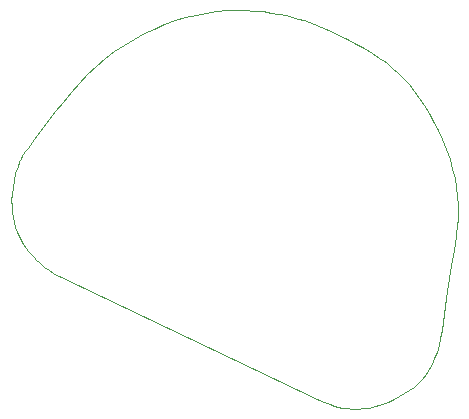
<source format=gbr>
%TF.GenerationSoftware,KiCad,Pcbnew,(7.0.0)*%
%TF.CreationDate,2023-03-21T20:59:30-07:00*%
%TF.ProjectId,Ladder LEDs v1,4c616464-6572-4204-9c45-44732076312e,rev?*%
%TF.SameCoordinates,Original*%
%TF.FileFunction,Profile,NP*%
%FSLAX46Y46*%
G04 Gerber Fmt 4.6, Leading zero omitted, Abs format (unit mm)*
G04 Created by KiCad (PCBNEW (7.0.0)) date 2023-03-21 20:59:31*
%MOMM*%
%LPD*%
G01*
G04 APERTURE LIST*
%TA.AperFunction,Profile*%
%ADD10C,0.049999*%
%TD*%
G04 APERTURE END LIST*
D10*
X137203651Y-88012302D02*
X138057242Y-87554251D01*
X127943026Y-97596354D02*
X128006795Y-97502293D01*
X149467363Y-85901047D02*
X150071034Y-86027521D01*
X152434916Y-86755670D02*
X153051570Y-87016982D01*
X141560635Y-86195585D02*
X142440849Y-85976137D01*
X136366119Y-88516974D02*
X137203651Y-88012302D01*
X153301344Y-118778063D02*
X152865747Y-118570284D01*
X161382191Y-92989627D02*
X161788100Y-93601062D01*
X157152631Y-119231363D02*
X156652556Y-119302762D01*
X156169460Y-119332840D02*
X155706554Y-119327365D01*
X163678521Y-97357719D02*
X163963299Y-98192313D01*
X153807299Y-118968572D02*
X153301344Y-118778063D01*
X127668883Y-105063301D02*
X127490513Y-104713303D01*
X128722691Y-106505724D02*
X128498735Y-106257173D01*
X127527918Y-98358521D02*
X127571655Y-98260804D01*
X156652556Y-119302762D02*
X156169460Y-119332840D01*
X126850000Y-101650000D02*
X126875606Y-101120894D01*
X127186324Y-103949208D02*
X127065546Y-103534467D01*
X130561789Y-94148556D02*
X131182141Y-93369012D01*
X162550309Y-115314123D02*
X162435088Y-115553100D01*
X154854162Y-119232827D02*
X154471099Y-119155300D01*
X127715906Y-97973137D02*
X127768726Y-97878537D01*
X148822995Y-85790288D02*
X149467363Y-85901047D01*
X127446266Y-98557662D02*
X127486161Y-98457420D01*
X157666474Y-119112875D02*
X157408032Y-119178366D01*
X153465189Y-87213197D02*
X155247942Y-88031106D01*
X150632751Y-86165712D02*
X151151255Y-86311622D01*
X151625289Y-86461250D02*
X152434916Y-86755670D01*
X144181469Y-85684070D02*
X145034717Y-85612184D01*
X161597984Y-116795842D02*
X161264249Y-117144992D01*
X133248149Y-90994537D02*
X133985661Y-90307049D01*
X152865747Y-118570284D02*
X130875006Y-108103742D01*
X128073593Y-97407964D02*
X128143537Y-97313205D01*
X160523121Y-91880702D02*
X160961592Y-92417419D01*
X127486161Y-98457420D02*
X127527918Y-98358521D01*
X160516398Y-117761065D02*
X160102838Y-118033129D01*
X126858711Y-102155588D02*
X126850000Y-101650000D01*
X127861410Y-105392365D02*
X127668883Y-105063301D01*
X160903627Y-117465876D02*
X160516398Y-117761065D01*
X160063599Y-91375743D02*
X160523121Y-91880702D01*
X127824108Y-97784315D02*
X127882169Y-97690307D01*
X164018153Y-107657341D02*
X163654138Y-109981914D01*
X127065546Y-103534467D02*
X126969004Y-103097498D01*
X127490513Y-104713303D02*
X127328820Y-104342046D01*
X157408032Y-119178366D02*
X157152631Y-119231363D01*
X159579846Y-90898805D02*
X160063599Y-91375743D01*
X145863705Y-85584383D02*
X146658284Y-85592292D01*
X164567204Y-101312756D02*
X164613854Y-102007267D01*
X147417197Y-85631912D02*
X148139187Y-85699243D01*
X164630564Y-102655093D02*
X164623230Y-103250010D01*
X154121074Y-119065292D02*
X153807299Y-118968572D01*
X157951392Y-89598773D02*
X158526922Y-90014055D01*
X164623230Y-103250010D02*
X164597747Y-103785795D01*
X157927554Y-119034170D02*
X157666474Y-119112875D01*
X157338909Y-89196572D02*
X157951392Y-89598773D01*
X164484719Y-100577781D02*
X164567204Y-101312756D01*
X130013566Y-94845661D02*
X130561789Y-94148556D01*
X132544587Y-91726813D02*
X133248149Y-90994537D01*
X163458893Y-111303203D02*
X163266555Y-112676685D01*
X162047566Y-116213498D02*
X161904554Y-116415857D01*
X126938048Y-100567946D02*
X127039848Y-99990834D01*
X163654138Y-109981914D02*
X163458893Y-111303203D01*
X155990364Y-88416473D02*
X156686293Y-88803717D01*
X128006795Y-97502293D02*
X128073593Y-97407964D01*
X155247942Y-88031106D02*
X155990364Y-88416473D01*
X158706966Y-118736268D02*
X158190872Y-118941530D01*
X162183682Y-116002466D02*
X162047566Y-116213498D01*
X153051570Y-87016982D02*
X153465189Y-87213197D01*
X155267051Y-119292104D02*
X154854162Y-119232827D01*
X130632108Y-107981904D02*
X130358725Y-107825730D01*
X160102838Y-118033129D02*
X159663228Y-118284637D01*
X150071034Y-86027521D02*
X150632751Y-86165712D01*
X127571655Y-98260804D02*
X127617487Y-98164109D01*
X138057242Y-87554251D02*
X138923315Y-87143186D01*
X163020194Y-113963448D02*
X162853623Y-114536161D01*
X161904554Y-116415857D02*
X161597984Y-116795842D01*
X162568565Y-94956555D02*
X162949482Y-95708083D01*
X154471099Y-119155300D02*
X154121074Y-119065292D01*
X127328820Y-104342046D02*
X127186324Y-103949208D01*
X126969004Y-103097498D02*
X126899219Y-102637979D01*
X127617487Y-98164109D02*
X127665532Y-98068273D01*
X162312868Y-115782441D02*
X162183682Y-116002466D01*
X128762345Y-96477560D02*
X129533540Y-95463849D01*
X128065575Y-105700816D02*
X127861410Y-105392365D01*
X164597747Y-103785795D02*
X164515913Y-104655078D01*
X151151255Y-86311622D02*
X151625289Y-86461250D01*
X131182141Y-93369012D02*
X131878554Y-92503509D01*
X148139187Y-85699243D02*
X148822995Y-85790288D01*
X163157931Y-113344479D02*
X163020194Y-113963448D01*
X126875606Y-101120894D02*
X126938048Y-100567946D01*
X129533540Y-95463849D02*
X130013566Y-94845661D01*
X128216743Y-97217856D02*
X128762345Y-96477560D01*
X156686293Y-88803717D02*
X157338909Y-89196572D01*
X159663228Y-118284637D02*
X159197844Y-118518160D01*
X140678589Y-86463487D02*
X141560635Y-86195585D01*
X162435088Y-115553100D02*
X162312868Y-115782441D01*
X127183524Y-99389234D02*
X127371597Y-98762823D01*
X155706554Y-119327365D02*
X155267051Y-119292104D01*
X146658284Y-85592292D02*
X147417197Y-85631912D01*
X163963299Y-98192313D02*
X164188662Y-99011337D01*
X138923315Y-87143186D02*
X139798290Y-86779476D01*
X160961592Y-92417419D02*
X161382191Y-92989627D01*
X159068680Y-90446155D02*
X159579846Y-90898805D01*
X130875006Y-108103742D02*
X130632108Y-107981904D01*
X134753546Y-89664714D02*
X135548225Y-89067901D01*
X164393852Y-105410246D02*
X164018153Y-107657341D01*
X143315653Y-85805509D02*
X144181469Y-85684070D01*
X128278856Y-105988977D02*
X128065575Y-105700816D01*
X164613854Y-102007267D02*
X164630564Y-102655093D01*
X127665532Y-98068273D02*
X127715906Y-97973137D01*
X128498735Y-106257173D02*
X128278856Y-105988977D01*
X127408117Y-98659410D02*
X127446266Y-98557662D01*
X164360503Y-99808567D02*
X164484719Y-100577781D01*
X164515913Y-104655078D02*
X164393852Y-105410246D01*
X126899219Y-102637979D02*
X126858711Y-102155588D01*
X127768726Y-97878537D02*
X127824108Y-97784315D01*
X159197844Y-118518160D02*
X158706966Y-118736268D01*
X158526922Y-90014055D02*
X159068680Y-90446155D01*
X127882169Y-97690307D02*
X127943026Y-97596354D01*
X128948204Y-106734956D02*
X128722691Y-106505724D01*
X129608889Y-107309957D02*
X129172755Y-106945190D01*
X127371597Y-98762823D02*
X127408117Y-98659410D01*
X139798290Y-86779476D02*
X140678589Y-86463487D01*
X127039848Y-99990834D02*
X127183524Y-99389234D01*
X162949482Y-95708083D02*
X163328430Y-96513778D01*
X130358725Y-107825730D02*
X130010932Y-107602609D01*
X129172755Y-106945190D02*
X128948204Y-106734956D01*
X130010932Y-107602609D02*
X129608889Y-107309957D01*
X142440849Y-85976137D02*
X143315653Y-85805509D01*
X164188662Y-99011337D02*
X164360503Y-99808567D01*
X158190872Y-118941530D02*
X157927554Y-119034170D01*
X128143537Y-97313205D02*
X128216743Y-97217856D01*
X162182498Y-94255460D02*
X162568565Y-94956555D01*
X145034717Y-85612184D02*
X145863705Y-85584383D01*
X161264249Y-117144992D02*
X160903627Y-117465876D01*
X162853623Y-114536161D02*
X162658494Y-115065188D01*
X135548225Y-89067901D02*
X136366119Y-88516974D01*
X133985661Y-90307049D02*
X134753546Y-89664714D01*
X131878554Y-92503509D02*
X132544587Y-91726813D01*
X162658494Y-115065188D02*
X162550309Y-115314123D01*
X163328430Y-96513778D02*
X163678521Y-97357719D01*
X161788100Y-93601062D02*
X162182498Y-94255460D01*
X163266555Y-112676685D02*
X163157931Y-113344479D01*
M02*

</source>
